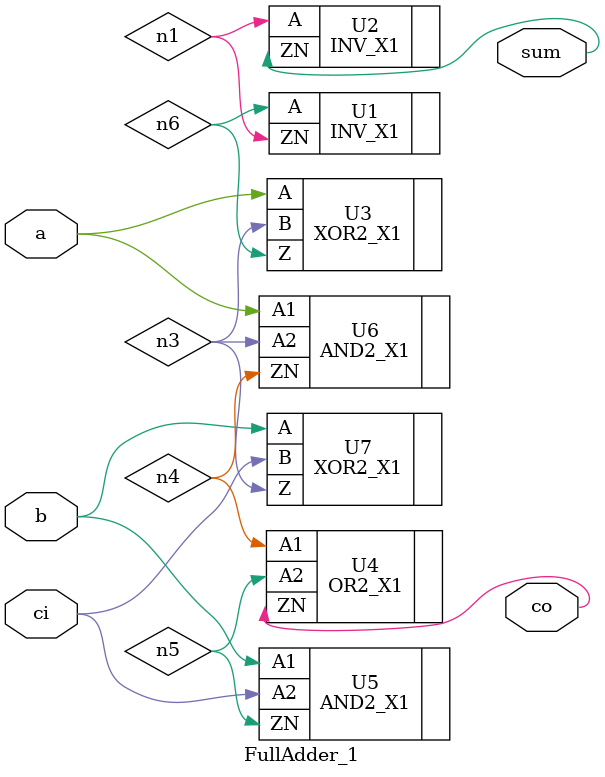
<source format=v>

module adder ( Co2, sum, A, B );
  output [1:0] sum;
  input [1:0] A;
  input [1:0] B;
  output Co2;
  wire   Co1;

  FullAdder_1 FA0 ( .co(Co1), .sum(sum[0]), .a(A[0]), .b(B[0]), .ci(1'b0) );
  FullAdder_0 FA1 ( .co(Co2), .sum(sum[1]), .a(A[1]), .b(B[1]), .ci(Co1) );
endmodule

module FullAdder_0 ( co, sum, a, b, ci );
  input a, b, ci;
  output co, sum;
  wire   n6, n1, n3, n4, n5;

  INV_X1 U1 ( .A(n6), .ZN(n1) );
  INV_X1 U2 ( .A(n1), .ZN(sum) );
  XOR2_X1 U3 ( .A(a), .B(n3), .Z(n6) );
  OR2_X1 U4 ( .A1(n4), .A2(n5), .ZN(co) );
  AND2_X1 U5 ( .A1(b), .A2(ci), .ZN(n5) );
  AND2_X1 U6 ( .A1(a), .A2(n3), .ZN(n4) );
  XOR2_X1 U7 ( .A(b), .B(ci), .Z(n3) );
endmodule

module FullAdder_1 ( co, sum, a, b, ci );
  input a, b, ci;
  output co, sum;
  wire   n6, n1, n3, n4, n5;

  INV_X1 U1 ( .A(n6), .ZN(n1) );
  INV_X1 U2 ( .A(n1), .ZN(sum) );
  XOR2_X1 U3 ( .A(a), .B(n3), .Z(n6) );
  OR2_X1 U4 ( .A1(n4), .A2(n5), .ZN(co) );
  AND2_X1 U5 ( .A1(b), .A2(ci), .ZN(n5) );
  AND2_X1 U6 ( .A1(a), .A2(n3), .ZN(n4) );
  XOR2_X1 U7 ( .A(b), .B(ci), .Z(n3) );
endmodule

</source>
